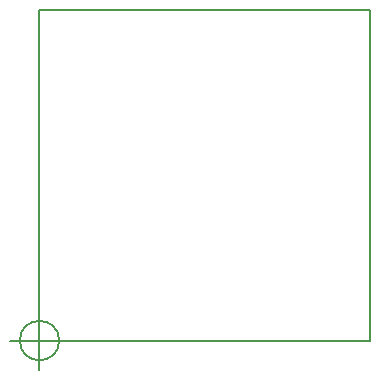
<source format=gm1>
G04 #@! TF.FileFunction,Profile,NP*
%FSLAX46Y46*%
G04 Gerber Fmt 4.6, Leading zero omitted, Abs format (unit mm)*
G04 Created by KiCad (PCBNEW 4.0.2-stable) date 3/16/2016 10:41:28 PM*
%MOMM*%
G01*
G04 APERTURE LIST*
%ADD10C,0.100000*%
%ADD11C,0.150000*%
G04 APERTURE END LIST*
D10*
D11*
X141666666Y-90000000D02*
G75*
G03X141666666Y-90000000I-1666666J0D01*
G01*
X137500000Y-90000000D02*
X142500000Y-90000000D01*
X140000000Y-87500000D02*
X140000000Y-92500000D01*
X140000000Y-62000000D02*
X140000000Y-90000000D01*
X168000000Y-62000000D02*
X140000000Y-62000000D01*
X168000000Y-90000000D02*
X168000000Y-62000000D01*
X140000000Y-90000000D02*
X168000000Y-90000000D01*
M02*

</source>
